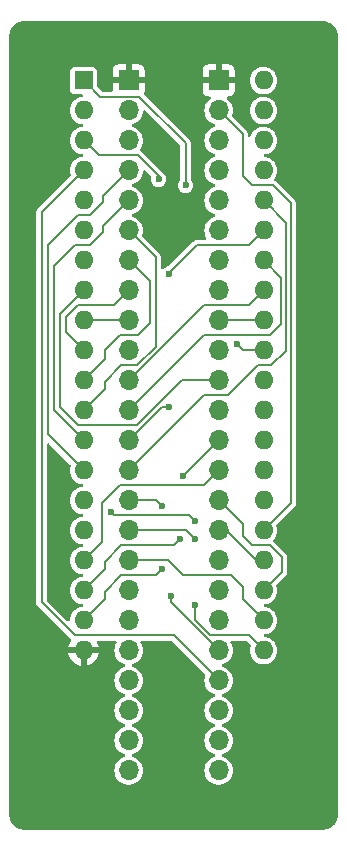
<source format=gbr>
G04 #@! TF.GenerationSoftware,KiCad,Pcbnew,7.0.11+dfsg-1build4*
G04 #@! TF.CreationDate,2024-10-25T09:22:04+09:00*
G04 #@! TF.ProjectId,bionic-ins8060,62696f6e-6963-42d6-996e-73383036302e,5*
G04 #@! TF.SameCoordinates,Original*
G04 #@! TF.FileFunction,Copper,L2,Bot*
G04 #@! TF.FilePolarity,Positive*
%FSLAX46Y46*%
G04 Gerber Fmt 4.6, Leading zero omitted, Abs format (unit mm)*
G04 Created by KiCad (PCBNEW 7.0.11+dfsg-1build4) date 2024-10-25 09:22:04*
%MOMM*%
%LPD*%
G01*
G04 APERTURE LIST*
G04 #@! TA.AperFunction,ComponentPad*
%ADD10R,1.600000X1.600000*%
G04 #@! TD*
G04 #@! TA.AperFunction,ComponentPad*
%ADD11O,1.600000X1.600000*%
G04 #@! TD*
G04 #@! TA.AperFunction,ComponentPad*
%ADD12O,1.700000X1.700000*%
G04 #@! TD*
G04 #@! TA.AperFunction,ComponentPad*
%ADD13R,1.700000X1.700000*%
G04 #@! TD*
G04 #@! TA.AperFunction,ViaPad*
%ADD14C,0.600000*%
G04 #@! TD*
G04 #@! TA.AperFunction,Conductor*
%ADD15C,0.200000*%
G04 #@! TD*
G04 APERTURE END LIST*
D10*
X107350000Y-75080000D03*
D11*
X107350000Y-77620000D03*
X107350000Y-80160000D03*
X107350000Y-82700000D03*
X107350000Y-85240000D03*
X107350000Y-87780000D03*
X107350000Y-90320000D03*
X107350000Y-92860000D03*
X107350000Y-95400000D03*
X107350000Y-97940000D03*
X107350000Y-100480000D03*
X107350000Y-103020000D03*
X107350000Y-105560000D03*
X107350000Y-108100000D03*
X107350000Y-110640000D03*
X107350000Y-113180000D03*
X107350000Y-115720000D03*
X107350000Y-118260000D03*
X107350000Y-120800000D03*
X107350000Y-123340000D03*
X122590000Y-123340000D03*
X122590000Y-120800000D03*
X122590000Y-118260000D03*
X122590000Y-115720000D03*
X122590000Y-113180000D03*
X122590000Y-110640000D03*
X122590000Y-108100000D03*
X122590000Y-105560000D03*
X122590000Y-103020000D03*
X122590000Y-100480000D03*
X122590000Y-97940000D03*
X122590000Y-95400000D03*
X122590000Y-92860000D03*
X122590000Y-90320000D03*
X122590000Y-87780000D03*
X122590000Y-85240000D03*
X122590000Y-82700000D03*
X122590000Y-80160000D03*
X122590000Y-77620000D03*
X122590000Y-75080000D03*
D12*
X118780000Y-133500000D03*
X118780000Y-130960000D03*
X118780000Y-128420000D03*
X118780000Y-125880000D03*
X118780000Y-123340000D03*
X118780000Y-120800000D03*
X118780000Y-118260000D03*
X118780000Y-115720000D03*
X118780000Y-113180000D03*
X118780000Y-110640000D03*
X118780000Y-108100000D03*
X118780000Y-105560000D03*
X118780000Y-103020000D03*
X118780000Y-100480000D03*
X118780000Y-97940000D03*
X118780000Y-95400000D03*
X118780000Y-92860000D03*
X118780000Y-90320000D03*
X118780000Y-87780000D03*
X118780000Y-85240000D03*
X118780000Y-82700000D03*
X118780000Y-80160000D03*
X118780000Y-77620000D03*
D13*
X118780000Y-75080000D03*
X111160000Y-75080000D03*
D12*
X111160000Y-77620000D03*
X111160000Y-80160000D03*
X111160000Y-82700000D03*
X111160000Y-85240000D03*
X111160000Y-87780000D03*
X111160000Y-90320000D03*
X111160000Y-92860000D03*
X111160000Y-95400000D03*
X111160000Y-97940000D03*
X111160000Y-100480000D03*
X111160000Y-103020000D03*
X111160000Y-105560000D03*
X111160000Y-108100000D03*
X111160000Y-110640000D03*
X111160000Y-113180000D03*
X111160000Y-115720000D03*
X111160000Y-118260000D03*
X111160000Y-120800000D03*
X111160000Y-123340000D03*
X111160000Y-125880000D03*
X111160000Y-128420000D03*
X111160000Y-130960000D03*
X111160000Y-133500000D03*
D14*
X112938000Y-131976000D03*
X125130000Y-128420000D03*
X104810000Y-114323000D03*
X120306700Y-97432000D03*
X109636000Y-111656000D03*
X116748000Y-112418000D03*
X113954000Y-116482000D03*
X113954000Y-111148000D03*
X116748000Y-119530000D03*
X116748000Y-113942000D03*
X115986000Y-83970000D03*
X115478000Y-113942000D03*
X115732000Y-108608000D03*
X114589000Y-91463000D03*
X114589000Y-102766000D03*
X114716000Y-118768000D03*
X113700000Y-83462000D03*
D15*
X120306700Y-97432000D02*
X120814700Y-97940000D01*
X120814700Y-97940000D02*
X122590000Y-97940000D01*
X122590000Y-95400000D02*
X118780000Y-95400000D01*
X116240000Y-111910000D02*
X109890000Y-111910000D01*
X116748000Y-112418000D02*
X116240000Y-111910000D01*
X109890000Y-111910000D02*
X109636000Y-111656000D01*
X121574000Y-83970000D02*
X120812000Y-83208000D01*
X120812000Y-83208000D02*
X120812000Y-79652000D01*
X122590000Y-113180000D02*
X124876000Y-110894000D01*
X123352000Y-83970000D02*
X121574000Y-83970000D01*
X124876000Y-110894000D02*
X124876000Y-85494000D01*
X124876000Y-85494000D02*
X123352000Y-83970000D01*
X120812000Y-79652000D02*
X118780000Y-77620000D01*
X110525000Y-116990000D02*
X109128000Y-118387000D01*
X109128000Y-118387000D02*
X109128000Y-119022000D01*
X113446000Y-110640000D02*
X111160000Y-110640000D01*
X111160000Y-110640000D02*
X111160000Y-110686984D01*
X109128000Y-119022000D02*
X107350000Y-120800000D01*
X113954000Y-111148000D02*
X113446000Y-110640000D01*
X113446000Y-116990000D02*
X110525000Y-116990000D01*
X113954000Y-116482000D02*
X113446000Y-116990000D01*
X116748000Y-119530000D02*
X116748000Y-120742314D01*
X116748000Y-113942000D02*
X115986000Y-113180000D01*
X121320000Y-122070000D02*
X122590000Y-123340000D01*
X115986000Y-113180000D02*
X111160000Y-113180000D01*
X116748000Y-120742314D02*
X118075686Y-122070000D01*
X118075686Y-122070000D02*
X121320000Y-122070000D01*
X111160000Y-95400000D02*
X107350000Y-95400000D01*
X120812000Y-119022000D02*
X122590000Y-120800000D01*
X119796000Y-116990000D02*
X120812000Y-118006000D01*
X115732000Y-116990000D02*
X119796000Y-116990000D01*
X111160000Y-115720000D02*
X114462000Y-115720000D01*
X120812000Y-118006000D02*
X120812000Y-119022000D01*
X114462000Y-115720000D02*
X115732000Y-116990000D01*
X107350000Y-97940000D02*
X105826000Y-96416000D01*
X106842000Y-94130000D02*
X109890000Y-94130000D01*
X105826000Y-96416000D02*
X105826000Y-95146000D01*
X105826000Y-95146000D02*
X106842000Y-94130000D01*
X109890000Y-94130000D02*
X111160000Y-92860000D01*
X112938000Y-92098000D02*
X112938000Y-95654000D01*
X111160000Y-90320000D02*
X112938000Y-92098000D01*
X109128000Y-98702000D02*
X107350000Y-100480000D01*
X110398000Y-96670000D02*
X109128000Y-97940000D01*
X109128000Y-97940000D02*
X109128000Y-98702000D01*
X112938000Y-95654000D02*
X111922000Y-96670000D01*
X111922000Y-96670000D02*
X110398000Y-96670000D01*
X105318000Y-102766000D02*
X105318000Y-94892000D01*
X111864314Y-104290000D02*
X106842000Y-104290000D01*
X115674314Y-100480000D02*
X111864314Y-104290000D01*
X118780000Y-100480000D02*
X115674314Y-100480000D01*
X106842000Y-104290000D02*
X105318000Y-102766000D01*
X105318000Y-94892000D02*
X107350000Y-92860000D01*
X110525000Y-99210000D02*
X111857800Y-99210000D01*
X113446000Y-90066000D02*
X111160000Y-87780000D01*
X113446000Y-97621800D02*
X113446000Y-90066000D01*
X107350000Y-103020000D02*
X109128000Y-101242000D01*
X111857800Y-99210000D02*
X113446000Y-97621800D01*
X109128000Y-101242000D02*
X109128000Y-100607000D01*
X109128000Y-100607000D02*
X110525000Y-99210000D01*
X115986000Y-80414000D02*
X112042000Y-76470000D01*
X108740000Y-76470000D02*
X107350000Y-75080000D01*
X112042000Y-76470000D02*
X108740000Y-76470000D01*
X115986000Y-83970000D02*
X115986000Y-80414000D01*
X107350000Y-105560000D02*
X104810000Y-103020000D01*
X104810000Y-103020000D02*
X104810000Y-90828000D01*
X104810000Y-90828000D02*
X106588000Y-89050000D01*
X109001000Y-87907000D02*
X109001000Y-87399000D01*
X107858000Y-89050000D02*
X109001000Y-87907000D01*
X106588000Y-89050000D02*
X107858000Y-89050000D01*
X109001000Y-87399000D02*
X111160000Y-85240000D01*
X114970000Y-114450000D02*
X110525000Y-114450000D01*
X109128000Y-115847000D02*
X109128000Y-116482000D01*
X115732000Y-108608000D02*
X118780000Y-105560000D01*
X109128000Y-116482000D02*
X107350000Y-118260000D01*
X110525000Y-114450000D02*
X109128000Y-115847000D01*
X115478000Y-113942000D02*
X114970000Y-114450000D01*
X106842000Y-86510000D02*
X104302000Y-89050000D01*
X104302000Y-89050000D02*
X104302000Y-105052000D01*
X111160000Y-82700000D02*
X109001000Y-84859000D01*
X107858000Y-86510000D02*
X106842000Y-86510000D01*
X109001000Y-84859000D02*
X109001000Y-85367000D01*
X109001000Y-85367000D02*
X107858000Y-86510000D01*
X104302000Y-105052000D02*
X107350000Y-108100000D01*
X110398000Y-80160000D02*
X111160000Y-80160000D01*
X118780000Y-110640000D02*
X120812000Y-112672000D01*
X120812000Y-112672000D02*
X120812000Y-113688000D01*
X124114000Y-115450183D02*
X124114000Y-116736000D01*
X124114000Y-116736000D02*
X122590000Y-118260000D01*
X120812000Y-113688000D02*
X121574000Y-114450000D01*
X123113817Y-114450000D02*
X124114000Y-115450183D01*
X121574000Y-114450000D02*
X123113817Y-114450000D01*
X121955000Y-115720000D02*
X119415000Y-113180000D01*
X122590000Y-115720000D02*
X121955000Y-115720000D01*
X119415000Y-113180000D02*
X118780000Y-113180000D01*
X124476000Y-97959000D02*
X124476000Y-87126000D01*
X111160000Y-108100000D02*
X117510000Y-101750000D01*
X122082000Y-99210000D02*
X123225000Y-99210000D01*
X124476000Y-87126000D02*
X122590000Y-85240000D01*
X119542000Y-101750000D02*
X122082000Y-99210000D01*
X117510000Y-101750000D02*
X119542000Y-101750000D01*
X123225000Y-99210000D02*
X124476000Y-97959000D01*
X114589000Y-91463000D02*
X114589000Y-91399500D01*
X114589000Y-102766000D02*
X113954000Y-102766000D01*
X114589000Y-91399500D02*
X116938500Y-89050000D01*
X113954000Y-102766000D02*
X111160000Y-105560000D01*
X116938500Y-89050000D02*
X121320000Y-89050000D01*
X121320000Y-89050000D02*
X122590000Y-87780000D01*
X111160000Y-103020000D02*
X117510000Y-96670000D01*
X123098000Y-96670000D02*
X124076000Y-95692000D01*
X124076000Y-91806000D02*
X122590000Y-90320000D01*
X117510000Y-96670000D02*
X123098000Y-96670000D01*
X124076000Y-95692000D02*
X124076000Y-91806000D01*
X117510000Y-94130000D02*
X121320000Y-94130000D01*
X111160000Y-100480000D02*
X117510000Y-94130000D01*
X121320000Y-94130000D02*
X122590000Y-92860000D01*
X114970000Y-122070000D02*
X106588000Y-122070000D01*
X103794000Y-86256000D02*
X107350000Y-82700000D01*
X103794000Y-119276000D02*
X103794000Y-86256000D01*
X106588000Y-122070000D02*
X103794000Y-119276000D01*
X118780000Y-125880000D02*
X114970000Y-122070000D01*
X108874000Y-114196000D02*
X107350000Y-115720000D01*
X110398000Y-109370000D02*
X108874000Y-110894000D01*
X108874000Y-110894000D02*
X108874000Y-114196000D01*
X118780000Y-108100000D02*
X117510000Y-109370000D01*
X117510000Y-109370000D02*
X110398000Y-109370000D01*
X108620000Y-81430000D02*
X107350000Y-80160000D01*
X114716000Y-118768000D02*
X114716000Y-119276000D01*
X113700000Y-83462000D02*
X113700000Y-83208000D01*
X113700000Y-83208000D02*
X111922000Y-81430000D01*
X111922000Y-81430000D02*
X108620000Y-81430000D01*
X114716000Y-119276000D02*
X118780000Y-123340000D01*
G04 #@! TA.AperFunction,Conductor*
G36*
X104449703Y-105837252D02*
G01*
X104456181Y-105843284D01*
X106226142Y-107613245D01*
X106259627Y-107674568D01*
X106257727Y-107734860D01*
X106214244Y-107887687D01*
X106194571Y-108099999D01*
X106194571Y-108100000D01*
X106214244Y-108312310D01*
X106272596Y-108517392D01*
X106272596Y-108517394D01*
X106367632Y-108708253D01*
X106490823Y-108871382D01*
X106496128Y-108878407D01*
X106653698Y-109022052D01*
X106834981Y-109134298D01*
X107033802Y-109211321D01*
X107230613Y-109248111D01*
X107292893Y-109279779D01*
X107328166Y-109340092D01*
X107325232Y-109409900D01*
X107285023Y-109467040D01*
X107230613Y-109491888D01*
X107033802Y-109528679D01*
X107033799Y-109528679D01*
X107033799Y-109528680D01*
X106834982Y-109605701D01*
X106834980Y-109605702D01*
X106653699Y-109717947D01*
X106496127Y-109861593D01*
X106367632Y-110031746D01*
X106272596Y-110222605D01*
X106272596Y-110222607D01*
X106214244Y-110427689D01*
X106195195Y-110633271D01*
X106194571Y-110640000D01*
X106214244Y-110852310D01*
X106268587Y-111043304D01*
X106272596Y-111057392D01*
X106272596Y-111057394D01*
X106367632Y-111248253D01*
X106492372Y-111413433D01*
X106496128Y-111418407D01*
X106653698Y-111562052D01*
X106834981Y-111674298D01*
X107033802Y-111751321D01*
X107230613Y-111788111D01*
X107292893Y-111819779D01*
X107328166Y-111880092D01*
X107325232Y-111949900D01*
X107285023Y-112007040D01*
X107230613Y-112031888D01*
X107033802Y-112068679D01*
X107033799Y-112068679D01*
X107033799Y-112068680D01*
X106834982Y-112145701D01*
X106834980Y-112145702D01*
X106653699Y-112257947D01*
X106496127Y-112401593D01*
X106367632Y-112571746D01*
X106272596Y-112762605D01*
X106272596Y-112762607D01*
X106216870Y-112958462D01*
X106214244Y-112967690D01*
X106194571Y-113180000D01*
X106214244Y-113392310D01*
X106245282Y-113501397D01*
X106272596Y-113597392D01*
X106272596Y-113597394D01*
X106367632Y-113788253D01*
X106483737Y-113941999D01*
X106496128Y-113958407D01*
X106653698Y-114102052D01*
X106834981Y-114214298D01*
X107033802Y-114291321D01*
X107230613Y-114328111D01*
X107292893Y-114359779D01*
X107328166Y-114420092D01*
X107325232Y-114489900D01*
X107285023Y-114547040D01*
X107230613Y-114571888D01*
X107033802Y-114608679D01*
X107033799Y-114608679D01*
X107033799Y-114608680D01*
X106834982Y-114685701D01*
X106834980Y-114685702D01*
X106653699Y-114797947D01*
X106496127Y-114941593D01*
X106367632Y-115111746D01*
X106272596Y-115302605D01*
X106272596Y-115302607D01*
X106214244Y-115507689D01*
X106194571Y-115719999D01*
X106194571Y-115720000D01*
X106214244Y-115932310D01*
X106272596Y-116137392D01*
X106272596Y-116137394D01*
X106367632Y-116328253D01*
X106489623Y-116489793D01*
X106496128Y-116498407D01*
X106653698Y-116642052D01*
X106834981Y-116754298D01*
X107033802Y-116831321D01*
X107230613Y-116868111D01*
X107292893Y-116899779D01*
X107328166Y-116960092D01*
X107325232Y-117029900D01*
X107285023Y-117087040D01*
X107230613Y-117111888D01*
X107033802Y-117148679D01*
X107033799Y-117148679D01*
X107033799Y-117148680D01*
X106834982Y-117225701D01*
X106834980Y-117225702D01*
X106653699Y-117337947D01*
X106496127Y-117481593D01*
X106367632Y-117651746D01*
X106272596Y-117842605D01*
X106272596Y-117842607D01*
X106214244Y-118047689D01*
X106201837Y-118181591D01*
X106194571Y-118260000D01*
X106214244Y-118472310D01*
X106272594Y-118677387D01*
X106272596Y-118677392D01*
X106272596Y-118677394D01*
X106367632Y-118868253D01*
X106490112Y-119030441D01*
X106496128Y-119038407D01*
X106653698Y-119182052D01*
X106834981Y-119294298D01*
X107033802Y-119371321D01*
X107230613Y-119408111D01*
X107292893Y-119439779D01*
X107328166Y-119500092D01*
X107325232Y-119569900D01*
X107285023Y-119627040D01*
X107230613Y-119651888D01*
X107033802Y-119688679D01*
X107033799Y-119688679D01*
X107033799Y-119688680D01*
X106834982Y-119765701D01*
X106834980Y-119765702D01*
X106653699Y-119877947D01*
X106496127Y-120021593D01*
X106367632Y-120191746D01*
X106272596Y-120382605D01*
X106272596Y-120382607D01*
X106214244Y-120587689D01*
X106198635Y-120756140D01*
X106172849Y-120821077D01*
X106116049Y-120861765D01*
X106046268Y-120865285D01*
X105987483Y-120832380D01*
X104280819Y-119125716D01*
X104247334Y-119064393D01*
X104244500Y-119038035D01*
X104244500Y-105930965D01*
X104264185Y-105863926D01*
X104316989Y-105818171D01*
X104386147Y-105808227D01*
X104449703Y-105837252D01*
G37*
G04 #@! TD.AperFunction*
G04 #@! TA.AperFunction,Conductor*
G36*
X127674853Y-70075882D02*
G01*
X127704568Y-70078220D01*
X127847136Y-70089440D01*
X127866346Y-70092483D01*
X128029638Y-70131686D01*
X128048130Y-70137694D01*
X128171090Y-70188626D01*
X128203277Y-70201959D01*
X128220614Y-70210793D01*
X128363786Y-70298529D01*
X128379527Y-70309965D01*
X128507217Y-70419022D01*
X128520977Y-70432782D01*
X128630034Y-70560472D01*
X128641470Y-70576213D01*
X128729206Y-70719385D01*
X128738040Y-70736722D01*
X128802302Y-70891862D01*
X128808315Y-70910368D01*
X128847515Y-71073648D01*
X128850559Y-71092866D01*
X128864118Y-71265146D01*
X128864500Y-71274875D01*
X128864500Y-137305124D01*
X128864118Y-137314853D01*
X128850559Y-137487133D01*
X128847515Y-137506351D01*
X128808315Y-137669631D01*
X128802302Y-137688137D01*
X128738040Y-137843277D01*
X128729206Y-137860614D01*
X128641470Y-138003786D01*
X128630034Y-138019527D01*
X128520977Y-138147217D01*
X128507217Y-138160977D01*
X128379527Y-138270034D01*
X128363786Y-138281470D01*
X128220614Y-138369206D01*
X128203277Y-138378040D01*
X128048137Y-138442302D01*
X128029631Y-138448315D01*
X127866351Y-138487515D01*
X127847133Y-138490559D01*
X127674854Y-138504118D01*
X127665125Y-138504500D01*
X102274875Y-138504500D01*
X102265146Y-138504118D01*
X102092866Y-138490559D01*
X102073648Y-138487515D01*
X101910368Y-138448315D01*
X101891862Y-138442302D01*
X101736722Y-138378040D01*
X101719385Y-138369206D01*
X101576213Y-138281470D01*
X101560472Y-138270034D01*
X101432782Y-138160977D01*
X101419022Y-138147217D01*
X101309965Y-138019527D01*
X101298529Y-138003786D01*
X101210793Y-137860614D01*
X101201959Y-137843277D01*
X101188626Y-137811090D01*
X101137694Y-137688130D01*
X101131686Y-137669638D01*
X101092483Y-137506346D01*
X101089440Y-137487132D01*
X101075882Y-137314852D01*
X101075500Y-137305124D01*
X101075500Y-119293036D01*
X103338729Y-119293036D01*
X103349355Y-119349196D01*
X103350132Y-119353765D01*
X103358652Y-119410291D01*
X103361162Y-119418427D01*
X103363976Y-119426470D01*
X103363976Y-119426471D01*
X103363977Y-119426472D01*
X103389725Y-119475190D01*
X103390688Y-119477011D01*
X103392776Y-119481149D01*
X103417574Y-119532641D01*
X103422362Y-119539665D01*
X103427431Y-119546532D01*
X103427434Y-119546538D01*
X103427438Y-119546542D01*
X103467846Y-119586950D01*
X103471063Y-119590289D01*
X103509947Y-119632196D01*
X103517210Y-119637988D01*
X103516689Y-119638641D01*
X103528930Y-119648034D01*
X106246630Y-122365733D01*
X106255895Y-122376100D01*
X106278120Y-122403969D01*
X106283944Y-122409373D01*
X106319697Y-122469401D01*
X106317321Y-122539231D01*
X106301176Y-122571393D01*
X106219868Y-122687512D01*
X106219866Y-122687516D01*
X106123734Y-122893673D01*
X106123730Y-122893682D01*
X106071127Y-123089999D01*
X106071128Y-123090000D01*
X107034314Y-123090000D01*
X107022359Y-123101955D01*
X106964835Y-123214852D01*
X106945014Y-123340000D01*
X106964835Y-123465148D01*
X107022359Y-123578045D01*
X107034314Y-123590000D01*
X106071128Y-123590000D01*
X106123730Y-123786317D01*
X106123734Y-123786326D01*
X106219865Y-123992482D01*
X106350342Y-124178820D01*
X106511179Y-124339657D01*
X106697517Y-124470134D01*
X106903673Y-124566265D01*
X106903682Y-124566269D01*
X107099999Y-124618872D01*
X107100000Y-124618871D01*
X107100000Y-123655686D01*
X107111955Y-123667641D01*
X107224852Y-123725165D01*
X107318519Y-123740000D01*
X107381481Y-123740000D01*
X107475148Y-123725165D01*
X107588045Y-123667641D01*
X107600000Y-123655686D01*
X107600000Y-124618872D01*
X107796317Y-124566269D01*
X107796326Y-124566265D01*
X108002482Y-124470134D01*
X108188820Y-124339657D01*
X108349657Y-124178820D01*
X108480134Y-123992482D01*
X108576265Y-123786326D01*
X108576269Y-123786317D01*
X108628872Y-123590000D01*
X107665686Y-123590000D01*
X107677641Y-123578045D01*
X107735165Y-123465148D01*
X107754986Y-123340000D01*
X107735165Y-123214852D01*
X107677641Y-123101955D01*
X107665686Y-123090000D01*
X108628872Y-123090000D01*
X108628872Y-123089999D01*
X108576269Y-122893682D01*
X108576265Y-122893673D01*
X108484511Y-122696905D01*
X108474019Y-122627827D01*
X108502539Y-122564043D01*
X108561015Y-122525804D01*
X108596893Y-122520500D01*
X110026749Y-122520500D01*
X110093788Y-122540185D01*
X110139543Y-122592989D01*
X110149487Y-122662147D01*
X110135945Y-122699406D01*
X110137497Y-122700179D01*
X110035775Y-122904461D01*
X110035769Y-122904476D01*
X109974885Y-123118462D01*
X109974884Y-123118464D01*
X109954357Y-123339999D01*
X109954357Y-123340000D01*
X109974884Y-123561535D01*
X109974885Y-123561537D01*
X110035769Y-123775523D01*
X110035775Y-123775538D01*
X110134938Y-123974683D01*
X110134943Y-123974691D01*
X110269020Y-124152238D01*
X110433437Y-124302123D01*
X110433439Y-124302125D01*
X110622595Y-124419245D01*
X110622596Y-124419245D01*
X110622599Y-124419247D01*
X110816524Y-124494374D01*
X110871924Y-124536946D01*
X110895515Y-124602713D01*
X110879804Y-124670793D01*
X110829780Y-124719572D01*
X110816533Y-124725622D01*
X110691259Y-124774154D01*
X110622601Y-124800752D01*
X110622595Y-124800754D01*
X110433439Y-124917874D01*
X110433437Y-124917876D01*
X110269020Y-125067761D01*
X110134943Y-125245308D01*
X110134938Y-125245316D01*
X110035775Y-125444461D01*
X110035769Y-125444476D01*
X109974885Y-125658462D01*
X109974884Y-125658464D01*
X109954357Y-125879999D01*
X109954357Y-125880000D01*
X109974884Y-126101535D01*
X109974885Y-126101537D01*
X110035769Y-126315523D01*
X110035775Y-126315538D01*
X110134938Y-126514683D01*
X110134943Y-126514691D01*
X110269020Y-126692238D01*
X110433437Y-126842123D01*
X110433439Y-126842125D01*
X110622595Y-126959245D01*
X110622596Y-126959245D01*
X110622599Y-126959247D01*
X110816524Y-127034374D01*
X110871924Y-127076946D01*
X110895515Y-127142713D01*
X110879804Y-127210793D01*
X110829780Y-127259572D01*
X110816533Y-127265622D01*
X110668488Y-127322975D01*
X110622601Y-127340752D01*
X110622595Y-127340754D01*
X110433439Y-127457874D01*
X110433437Y-127457876D01*
X110269020Y-127607761D01*
X110134943Y-127785308D01*
X110134938Y-127785316D01*
X110035775Y-127984461D01*
X110035769Y-127984476D01*
X109974885Y-128198462D01*
X109974884Y-128198464D01*
X109954357Y-128419999D01*
X109954357Y-128420000D01*
X109974884Y-128641535D01*
X109974885Y-128641537D01*
X110035769Y-128855523D01*
X110035775Y-128855538D01*
X110134938Y-129054683D01*
X110134943Y-129054691D01*
X110269020Y-129232238D01*
X110433437Y-129382123D01*
X110433439Y-129382125D01*
X110622595Y-129499245D01*
X110622596Y-129499245D01*
X110622599Y-129499247D01*
X110816524Y-129574374D01*
X110871924Y-129616946D01*
X110895515Y-129682713D01*
X110879804Y-129750793D01*
X110829780Y-129799572D01*
X110816533Y-129805622D01*
X110668488Y-129862975D01*
X110622601Y-129880752D01*
X110622595Y-129880754D01*
X110433439Y-129997874D01*
X110433437Y-129997876D01*
X110269020Y-130147761D01*
X110134943Y-130325308D01*
X110134938Y-130325316D01*
X110035775Y-130524461D01*
X110035769Y-130524476D01*
X109974885Y-130738462D01*
X109974884Y-130738464D01*
X109954357Y-130959999D01*
X109954357Y-130960000D01*
X109974884Y-131181535D01*
X109974885Y-131181537D01*
X110035769Y-131395523D01*
X110035775Y-131395538D01*
X110134938Y-131594683D01*
X110134943Y-131594691D01*
X110269020Y-131772238D01*
X110433437Y-131922123D01*
X110433439Y-131922125D01*
X110622595Y-132039245D01*
X110622596Y-132039245D01*
X110622599Y-132039247D01*
X110816524Y-132114374D01*
X110871924Y-132156946D01*
X110895515Y-132222713D01*
X110879804Y-132290793D01*
X110829780Y-132339572D01*
X110816533Y-132345622D01*
X110668488Y-132402975D01*
X110622601Y-132420752D01*
X110622595Y-132420754D01*
X110433439Y-132537874D01*
X110433437Y-132537876D01*
X110269020Y-132687761D01*
X110134943Y-132865308D01*
X110134938Y-132865316D01*
X110035775Y-133064461D01*
X110035769Y-133064476D01*
X109974885Y-133278462D01*
X109974884Y-133278464D01*
X109954357Y-133499999D01*
X109954357Y-133500000D01*
X109974884Y-133721535D01*
X109974885Y-133721537D01*
X110035769Y-133935523D01*
X110035775Y-133935538D01*
X110134938Y-134134683D01*
X110134943Y-134134691D01*
X110269020Y-134312238D01*
X110433437Y-134462123D01*
X110433439Y-134462125D01*
X110622595Y-134579245D01*
X110622596Y-134579245D01*
X110622599Y-134579247D01*
X110830060Y-134659618D01*
X111048757Y-134700500D01*
X111048759Y-134700500D01*
X111271241Y-134700500D01*
X111271243Y-134700500D01*
X111489940Y-134659618D01*
X111697401Y-134579247D01*
X111886562Y-134462124D01*
X112050981Y-134312236D01*
X112185058Y-134134689D01*
X112284229Y-133935528D01*
X112345115Y-133721536D01*
X112365643Y-133500000D01*
X112345115Y-133278464D01*
X112284229Y-133064472D01*
X112284224Y-133064461D01*
X112185061Y-132865316D01*
X112185056Y-132865308D01*
X112050979Y-132687761D01*
X111886562Y-132537876D01*
X111886560Y-132537874D01*
X111697404Y-132420754D01*
X111697395Y-132420750D01*
X111603956Y-132384552D01*
X111503475Y-132345625D01*
X111448075Y-132303054D01*
X111424484Y-132237288D01*
X111440195Y-132169207D01*
X111490219Y-132120428D01*
X111503466Y-132114377D01*
X111697401Y-132039247D01*
X111886562Y-131922124D01*
X112050981Y-131772236D01*
X112185058Y-131594689D01*
X112284229Y-131395528D01*
X112345115Y-131181536D01*
X112365643Y-130960000D01*
X112345115Y-130738464D01*
X112284229Y-130524472D01*
X112284224Y-130524461D01*
X112185061Y-130325316D01*
X112185056Y-130325308D01*
X112050979Y-130147761D01*
X111886562Y-129997876D01*
X111886560Y-129997874D01*
X111697404Y-129880754D01*
X111697395Y-129880750D01*
X111603956Y-129844552D01*
X111503475Y-129805625D01*
X111448075Y-129763054D01*
X111424484Y-129697288D01*
X111440195Y-129629207D01*
X111490219Y-129580428D01*
X111503466Y-129574377D01*
X111697401Y-129499247D01*
X111886562Y-129382124D01*
X112050981Y-129232236D01*
X112185058Y-129054689D01*
X112284229Y-128855528D01*
X112345115Y-128641536D01*
X112365643Y-128420000D01*
X112345115Y-128198464D01*
X112284229Y-127984472D01*
X112284224Y-127984461D01*
X112185061Y-127785316D01*
X112185056Y-127785308D01*
X112050979Y-127607761D01*
X111886562Y-127457876D01*
X111886560Y-127457874D01*
X111697404Y-127340754D01*
X111697395Y-127340750D01*
X111603956Y-127304552D01*
X111503475Y-127265625D01*
X111448075Y-127223054D01*
X111424484Y-127157288D01*
X111440195Y-127089207D01*
X111490219Y-127040428D01*
X111503466Y-127034377D01*
X111697401Y-126959247D01*
X111886562Y-126842124D01*
X112050981Y-126692236D01*
X112185058Y-126514689D01*
X112284229Y-126315528D01*
X112345115Y-126101536D01*
X112365643Y-125880000D01*
X112345115Y-125658464D01*
X112284229Y-125444472D01*
X112284224Y-125444461D01*
X112185061Y-125245316D01*
X112185056Y-125245308D01*
X112050979Y-125067761D01*
X111886562Y-124917876D01*
X111886560Y-124917874D01*
X111697404Y-124800754D01*
X111697395Y-124800750D01*
X111603956Y-124764552D01*
X111503475Y-124725625D01*
X111448075Y-124683054D01*
X111424484Y-124617288D01*
X111440195Y-124549207D01*
X111490219Y-124500428D01*
X111503466Y-124494377D01*
X111697401Y-124419247D01*
X111886562Y-124302124D01*
X112050981Y-124152236D01*
X112185058Y-123974689D01*
X112284229Y-123775528D01*
X112345115Y-123561536D01*
X112365643Y-123340000D01*
X112345115Y-123118464D01*
X112284229Y-122904472D01*
X112278856Y-122893682D01*
X112182503Y-122700179D01*
X112184857Y-122699006D01*
X112169269Y-122642416D01*
X112190077Y-122575717D01*
X112243642Y-122530856D01*
X112293251Y-122520500D01*
X114732034Y-122520500D01*
X114799073Y-122540185D01*
X114819715Y-122556819D01*
X117615672Y-125352775D01*
X117649157Y-125414098D01*
X117647258Y-125474389D01*
X117594884Y-125658466D01*
X117574357Y-125879999D01*
X117574357Y-125880000D01*
X117594884Y-126101535D01*
X117594885Y-126101537D01*
X117655769Y-126315523D01*
X117655775Y-126315538D01*
X117754938Y-126514683D01*
X117754943Y-126514691D01*
X117889020Y-126692238D01*
X118053437Y-126842123D01*
X118053439Y-126842125D01*
X118242595Y-126959245D01*
X118242596Y-126959245D01*
X118242599Y-126959247D01*
X118436524Y-127034374D01*
X118491924Y-127076946D01*
X118515515Y-127142713D01*
X118499804Y-127210793D01*
X118449780Y-127259572D01*
X118436533Y-127265622D01*
X118288488Y-127322975D01*
X118242601Y-127340752D01*
X118242595Y-127340754D01*
X118053439Y-127457874D01*
X118053437Y-127457876D01*
X117889020Y-127607761D01*
X117754943Y-127785308D01*
X117754938Y-127785316D01*
X117655775Y-127984461D01*
X117655769Y-127984476D01*
X117594885Y-128198462D01*
X117594884Y-128198464D01*
X117574357Y-128419999D01*
X117574357Y-128420000D01*
X117594884Y-128641535D01*
X117594885Y-128641537D01*
X117655769Y-128855523D01*
X117655775Y-128855538D01*
X117754938Y-129054683D01*
X117754943Y-129054691D01*
X117889020Y-129232238D01*
X118053437Y-129382123D01*
X118053439Y-129382125D01*
X118242595Y-129499245D01*
X118242596Y-129499245D01*
X118242599Y-129499247D01*
X118436524Y-129574374D01*
X118491924Y-129616946D01*
X118515515Y-129682713D01*
X118499804Y-129750793D01*
X118449780Y-129799572D01*
X118436533Y-129805622D01*
X118288488Y-129862975D01*
X118242601Y-129880752D01*
X118242595Y-129880754D01*
X118053439Y-129997874D01*
X118053437Y-129997876D01*
X117889020Y-130147761D01*
X117754943Y-130325308D01*
X117754938Y-130325316D01*
X117655775Y-130524461D01*
X117655769Y-130524476D01*
X117594885Y-130738462D01*
X117594884Y-130738464D01*
X117574357Y-130959999D01*
X117574357Y-130960000D01*
X117594884Y-131181535D01*
X117594885Y-131181537D01*
X117655769Y-131395523D01*
X117655775Y-131395538D01*
X117754938Y-131594683D01*
X117754943Y-131594691D01*
X117889020Y-131772238D01*
X118053437Y-131922123D01*
X118053439Y-131922125D01*
X118242595Y-132039245D01*
X118242596Y-132039245D01*
X118242599Y-132039247D01*
X118436524Y-132114374D01*
X118491924Y-132156946D01*
X118515515Y-132222713D01*
X118499804Y-132290793D01*
X118449780Y-132339572D01*
X118436533Y-132345622D01*
X118288488Y-132402975D01*
X118242601Y-132420752D01*
X118242595Y-132420754D01*
X118053439Y-132537874D01*
X118053437Y-132537876D01*
X117889020Y-132687761D01*
X117754943Y-132865308D01*
X117754938Y-132865316D01*
X117655775Y-133064461D01*
X117655769Y-133064476D01*
X117594885Y-133278462D01*
X117594884Y-133278464D01*
X117574357Y-133499999D01*
X117574357Y-133500000D01*
X117594884Y-133721535D01*
X117594885Y-133721537D01*
X117655769Y-133935523D01*
X117655775Y-133935538D01*
X117754938Y-134134683D01*
X117754943Y-134134691D01*
X117889020Y-134312238D01*
X118053437Y-134462123D01*
X118053439Y-134462125D01*
X118242595Y-134579245D01*
X118242596Y-134579245D01*
X118242599Y-134579247D01*
X118450060Y-134659618D01*
X118668757Y-134700500D01*
X118668759Y-134700500D01*
X118891241Y-134700500D01*
X118891243Y-134700500D01*
X119109940Y-134659618D01*
X119317401Y-134579247D01*
X119506562Y-134462124D01*
X119670981Y-134312236D01*
X119805058Y-134134689D01*
X119904229Y-133935528D01*
X119965115Y-133721536D01*
X119985643Y-133500000D01*
X119965115Y-133278464D01*
X119904229Y-133064472D01*
X119904224Y-133064461D01*
X119805061Y-132865316D01*
X119805056Y-132865308D01*
X119670979Y-132687761D01*
X119506562Y-132537876D01*
X119506560Y-132537874D01*
X119317404Y-132420754D01*
X119317395Y-132420750D01*
X119223956Y-132384552D01*
X119123475Y-132345625D01*
X119068075Y-132303054D01*
X119044484Y-132237288D01*
X119060195Y-132169207D01*
X119110219Y-132120428D01*
X119123466Y-132114377D01*
X119317401Y-132039247D01*
X119506562Y-131922124D01*
X119670981Y-131772236D01*
X119805058Y-131594689D01*
X119904229Y-131395528D01*
X119965115Y-131181536D01*
X119985643Y-130960000D01*
X119965115Y-130738464D01*
X119904229Y-130524472D01*
X119904224Y-130524461D01*
X119805061Y-130325316D01*
X119805056Y-130325308D01*
X119670979Y-130147761D01*
X119506562Y-129997876D01*
X119506560Y-129997874D01*
X119317404Y-129880754D01*
X119317395Y-129880750D01*
X119223956Y-129844552D01*
X119123475Y-129805625D01*
X119068075Y-129763054D01*
X119044484Y-129697288D01*
X119060195Y-129629207D01*
X119110219Y-129580428D01*
X119123466Y-129574377D01*
X119317401Y-129499247D01*
X119506562Y-129382124D01*
X119670981Y-129232236D01*
X119805058Y-129054689D01*
X119904229Y-128855528D01*
X119965115Y-128641536D01*
X119985643Y-128420000D01*
X119965115Y-128198464D01*
X119904229Y-127984472D01*
X119904224Y-127984461D01*
X119805061Y-127785316D01*
X119805056Y-127785308D01*
X119670979Y-127607761D01*
X119506562Y-127457876D01*
X119506560Y-127457874D01*
X119317404Y-127340754D01*
X119317395Y-127340750D01*
X119223956Y-127304552D01*
X119123475Y-127265625D01*
X119068075Y-127223054D01*
X119044484Y-127157288D01*
X119060195Y-127089207D01*
X119110219Y-127040428D01*
X119123466Y-127034377D01*
X119317401Y-126959247D01*
X119506562Y-126842124D01*
X119670981Y-126692236D01*
X119805058Y-126514689D01*
X119904229Y-126315528D01*
X119965115Y-126101536D01*
X119985643Y-125880000D01*
X119965115Y-125658464D01*
X119904229Y-125444472D01*
X119904224Y-125444461D01*
X119805061Y-125245316D01*
X119805056Y-125245308D01*
X119670979Y-125067761D01*
X119506562Y-124917876D01*
X119506560Y-124917874D01*
X119317404Y-124800754D01*
X119317395Y-124800750D01*
X119223956Y-124764552D01*
X119123475Y-124725625D01*
X119068075Y-124683054D01*
X119044484Y-124617288D01*
X119060195Y-124549207D01*
X119110219Y-124500428D01*
X119123466Y-124494377D01*
X119317401Y-124419247D01*
X119506562Y-124302124D01*
X119670981Y-124152236D01*
X119805058Y-123974689D01*
X119904229Y-123775528D01*
X119965115Y-123561536D01*
X119985643Y-123340000D01*
X119965115Y-123118464D01*
X119904229Y-122904472D01*
X119898856Y-122893682D01*
X119802503Y-122700179D01*
X119804857Y-122699006D01*
X119789269Y-122642416D01*
X119810077Y-122575717D01*
X119863642Y-122530856D01*
X119913251Y-122520500D01*
X121082034Y-122520500D01*
X121149073Y-122540185D01*
X121169715Y-122556819D01*
X121466142Y-122853246D01*
X121499627Y-122914569D01*
X121497727Y-122974861D01*
X121454244Y-123127687D01*
X121434571Y-123339999D01*
X121434571Y-123340000D01*
X121454244Y-123552310D01*
X121512596Y-123757392D01*
X121512596Y-123757394D01*
X121607632Y-123948253D01*
X121641033Y-123992482D01*
X121736128Y-124118407D01*
X121893698Y-124262052D01*
X122074981Y-124374298D01*
X122273802Y-124451321D01*
X122483390Y-124490500D01*
X122483392Y-124490500D01*
X122696608Y-124490500D01*
X122696610Y-124490500D01*
X122906198Y-124451321D01*
X123105019Y-124374298D01*
X123286302Y-124262052D01*
X123443872Y-124118407D01*
X123572366Y-123948255D01*
X123622628Y-123847315D01*
X123667403Y-123757394D01*
X123667403Y-123757393D01*
X123667405Y-123757389D01*
X123725756Y-123552310D01*
X123745429Y-123340000D01*
X123725756Y-123127690D01*
X123667405Y-122922611D01*
X123667403Y-122922606D01*
X123667403Y-122922605D01*
X123572367Y-122731746D01*
X123443872Y-122561593D01*
X123410155Y-122530856D01*
X123286302Y-122417948D01*
X123105019Y-122305702D01*
X123105017Y-122305701D01*
X122959884Y-122249477D01*
X122906198Y-122228679D01*
X122709385Y-122191888D01*
X122647106Y-122160221D01*
X122611833Y-122099908D01*
X122614767Y-122030100D01*
X122654976Y-121972960D01*
X122709384Y-121948111D01*
X122906198Y-121911321D01*
X123105019Y-121834298D01*
X123286302Y-121722052D01*
X123443872Y-121578407D01*
X123572366Y-121408255D01*
X123658373Y-121235528D01*
X123667403Y-121217394D01*
X123667403Y-121217393D01*
X123667405Y-121217389D01*
X123725756Y-121012310D01*
X123745429Y-120800000D01*
X123725756Y-120587690D01*
X123667405Y-120382611D01*
X123667403Y-120382606D01*
X123667403Y-120382605D01*
X123572367Y-120191746D01*
X123443872Y-120021593D01*
X123407812Y-119988720D01*
X123286302Y-119877948D01*
X123105019Y-119765702D01*
X123105017Y-119765701D01*
X122988989Y-119720752D01*
X122906198Y-119688679D01*
X122709385Y-119651888D01*
X122647106Y-119620221D01*
X122611833Y-119559908D01*
X122614767Y-119490100D01*
X122654976Y-119432960D01*
X122709384Y-119408111D01*
X122906198Y-119371321D01*
X123105019Y-119294298D01*
X123286302Y-119182052D01*
X123443872Y-119038407D01*
X123572366Y-118868255D01*
X123658373Y-118695528D01*
X123667403Y-118677394D01*
X123667403Y-118677393D01*
X123667405Y-118677389D01*
X123725756Y-118472310D01*
X123745429Y-118260000D01*
X123725756Y-118047690D01*
X123682271Y-117894858D01*
X123682857Y-117824995D01*
X123713854Y-117773248D01*
X124409749Y-117077353D01*
X124420098Y-117068105D01*
X124447970Y-117045879D01*
X124480184Y-116998628D01*
X124482852Y-116994869D01*
X124516792Y-116948883D01*
X124516793Y-116948877D01*
X124520786Y-116941325D01*
X124524468Y-116933677D01*
X124524472Y-116933673D01*
X124541336Y-116878998D01*
X124542769Y-116874643D01*
X124561646Y-116820700D01*
X124561646Y-116820694D01*
X124563228Y-116812336D01*
X124564500Y-116803899D01*
X124564500Y-116746738D01*
X124564587Y-116742100D01*
X124566724Y-116684989D01*
X124565684Y-116675756D01*
X124566513Y-116675662D01*
X124564500Y-116660364D01*
X124564500Y-115482444D01*
X124565280Y-115468559D01*
X124569270Y-115433149D01*
X124560354Y-115386030D01*
X124558633Y-115376936D01*
X124557864Y-115372402D01*
X124549348Y-115315896D01*
X124549346Y-115315892D01*
X124546836Y-115307754D01*
X124544024Y-115299717D01*
X124544023Y-115299711D01*
X124517285Y-115249124D01*
X124515223Y-115245037D01*
X124509545Y-115233246D01*
X124490425Y-115193541D01*
X124490423Y-115193539D01*
X124490423Y-115193538D01*
X124485642Y-115186525D01*
X124480566Y-115179648D01*
X124480565Y-115179645D01*
X124440165Y-115139245D01*
X124436947Y-115135904D01*
X124398060Y-115093992D01*
X124390792Y-115088197D01*
X124391312Y-115087544D01*
X124379067Y-115078147D01*
X123455185Y-114154265D01*
X123445919Y-114143897D01*
X123431775Y-114126161D01*
X123405366Y-114061474D01*
X123418123Y-113992779D01*
X123440624Y-113963206D01*
X123440009Y-113962645D01*
X123443865Y-113958413D01*
X123443872Y-113958407D01*
X123572366Y-113788255D01*
X123641116Y-113650185D01*
X123667403Y-113597394D01*
X123667403Y-113597393D01*
X123667405Y-113597389D01*
X123725756Y-113392310D01*
X123745429Y-113180000D01*
X123725756Y-112967690D01*
X123682271Y-112814858D01*
X123682857Y-112744995D01*
X123713854Y-112693248D01*
X125171744Y-111235357D01*
X125182093Y-111226109D01*
X125209970Y-111203879D01*
X125242198Y-111156607D01*
X125244812Y-111152923D01*
X125278793Y-111106882D01*
X125278793Y-111106879D01*
X125278795Y-111106878D01*
X125282778Y-111099341D01*
X125286468Y-111091677D01*
X125286472Y-111091673D01*
X125303330Y-111037018D01*
X125304761Y-111032668D01*
X125323646Y-110978700D01*
X125323646Y-110978698D01*
X125325228Y-110970336D01*
X125326500Y-110961899D01*
X125326500Y-110904738D01*
X125326587Y-110900100D01*
X125328724Y-110842992D01*
X125327684Y-110833761D01*
X125328513Y-110833667D01*
X125326500Y-110818366D01*
X125326500Y-85526261D01*
X125327280Y-85512376D01*
X125331270Y-85476966D01*
X125328351Y-85461538D01*
X125320633Y-85420753D01*
X125319864Y-85416219D01*
X125311348Y-85359713D01*
X125311346Y-85359709D01*
X125308836Y-85351571D01*
X125306024Y-85343534D01*
X125306023Y-85343528D01*
X125279285Y-85292941D01*
X125277223Y-85288854D01*
X125253697Y-85240000D01*
X125252425Y-85237358D01*
X125252423Y-85237356D01*
X125252423Y-85237355D01*
X125247642Y-85230342D01*
X125242566Y-85223465D01*
X125242565Y-85223462D01*
X125202165Y-85183062D01*
X125198947Y-85179721D01*
X125160060Y-85137809D01*
X125152792Y-85132014D01*
X125153312Y-85131361D01*
X125141067Y-85121964D01*
X123693368Y-83674265D01*
X123684102Y-83663897D01*
X123661877Y-83636028D01*
X123636350Y-83618624D01*
X123614633Y-83603818D01*
X123610869Y-83601147D01*
X123564884Y-83567208D01*
X123559285Y-83564249D01*
X123509211Y-83515521D01*
X123493430Y-83447457D01*
X123516952Y-83381666D01*
X123518269Y-83379890D01*
X123572366Y-83308255D01*
X123634885Y-83182699D01*
X123667403Y-83117394D01*
X123667403Y-83117393D01*
X123667405Y-83117389D01*
X123725756Y-82912310D01*
X123745429Y-82700000D01*
X123725756Y-82487690D01*
X123667405Y-82282611D01*
X123667403Y-82282606D01*
X123667403Y-82282605D01*
X123572367Y-82091746D01*
X123443872Y-81921593D01*
X123420389Y-81900185D01*
X123286302Y-81777948D01*
X123105019Y-81665702D01*
X123105017Y-81665701D01*
X122988989Y-81620752D01*
X122906198Y-81588679D01*
X122709385Y-81551888D01*
X122647106Y-81520221D01*
X122611833Y-81459908D01*
X122614767Y-81390100D01*
X122654976Y-81332960D01*
X122709384Y-81308111D01*
X122906198Y-81271321D01*
X123105019Y-81194298D01*
X123286302Y-81082052D01*
X123443872Y-80938407D01*
X123572366Y-80768255D01*
X123658373Y-80595528D01*
X123667403Y-80577394D01*
X123667403Y-80577393D01*
X123667405Y-80577389D01*
X123725756Y-80372310D01*
X123745429Y-80160000D01*
X123725756Y-79947690D01*
X123667405Y-79742611D01*
X123667403Y-79742606D01*
X123667403Y-79742605D01*
X123572367Y-79551746D01*
X123443872Y-79381593D01*
X123443725Y-79381459D01*
X123286302Y-79237948D01*
X123105019Y-79125702D01*
X123105017Y-79125701D01*
X122988989Y-79080752D01*
X122906198Y-79048679D01*
X122709385Y-79011888D01*
X122647106Y-78980221D01*
X122611833Y-78919908D01*
X122614767Y-78850100D01*
X122654976Y-78792960D01*
X122709384Y-78768111D01*
X122906198Y-78731321D01*
X123105019Y-78654298D01*
X123286302Y-78542052D01*
X123443872Y-78398407D01*
X123572366Y-78228255D01*
X123658373Y-78055528D01*
X123667403Y-78037394D01*
X123667403Y-78037393D01*
X123667405Y-78037389D01*
X123725756Y-77832310D01*
X123745429Y-77620000D01*
X123725756Y-77407690D01*
X123667405Y-77202611D01*
X123667403Y-77202606D01*
X123667403Y-77202605D01*
X123572367Y-77011746D01*
X123443872Y-76841593D01*
X123439360Y-76837480D01*
X123286302Y-76697948D01*
X123105019Y-76585702D01*
X123105017Y-76585701D01*
X122982946Y-76538411D01*
X122906198Y-76508679D01*
X122709385Y-76471888D01*
X122647106Y-76440221D01*
X122611833Y-76379908D01*
X122614767Y-76310100D01*
X122654976Y-76252960D01*
X122709384Y-76228111D01*
X122906198Y-76191321D01*
X123105019Y-76114298D01*
X123286302Y-76002052D01*
X123443872Y-75858407D01*
X123572366Y-75688255D01*
X123632050Y-75568392D01*
X123667403Y-75497394D01*
X123667403Y-75497393D01*
X123667405Y-75497389D01*
X123725756Y-75292310D01*
X123745429Y-75080000D01*
X123725756Y-74867690D01*
X123667405Y-74662611D01*
X123667403Y-74662606D01*
X123667403Y-74662605D01*
X123572367Y-74471746D01*
X123443872Y-74301593D01*
X123286302Y-74157948D01*
X123105019Y-74045702D01*
X123105017Y-74045701D01*
X122963307Y-73990803D01*
X122906198Y-73968679D01*
X122696610Y-73929500D01*
X122483390Y-73929500D01*
X122273802Y-73968679D01*
X122273799Y-73968679D01*
X122273799Y-73968680D01*
X122074982Y-74045701D01*
X122074980Y-74045702D01*
X121893699Y-74157947D01*
X121736127Y-74301593D01*
X121607632Y-74471746D01*
X121512596Y-74662605D01*
X121512596Y-74662607D01*
X121454244Y-74867689D01*
X121434571Y-75079999D01*
X121434571Y-75080000D01*
X121454244Y-75292310D01*
X121512596Y-75497392D01*
X121512596Y-75497394D01*
X121607632Y-75688253D01*
X121607634Y-75688255D01*
X121736128Y-75858407D01*
X121893698Y-76002052D01*
X122074981Y-76114298D01*
X122273802Y-76191321D01*
X122470613Y-76228111D01*
X122532893Y-76259779D01*
X122568166Y-76320092D01*
X122565232Y-76389900D01*
X122525023Y-76447040D01*
X122470613Y-76471888D01*
X122273802Y-76508679D01*
X122273799Y-76508679D01*
X122273799Y-76508680D01*
X122074982Y-76585701D01*
X122074980Y-76585702D01*
X121893699Y-76697947D01*
X121736127Y-76841593D01*
X121607632Y-77011746D01*
X121512596Y-77202605D01*
X121512596Y-77202607D01*
X121454244Y-77407689D01*
X121434571Y-77619999D01*
X121434571Y-77620000D01*
X121454244Y-77832310D01*
X121512596Y-78037392D01*
X121512596Y-78037394D01*
X121607632Y-78228253D01*
X121736127Y-78398406D01*
X121736128Y-78398407D01*
X121893698Y-78542052D01*
X122074981Y-78654298D01*
X122273802Y-78731321D01*
X122470613Y-78768111D01*
X122532893Y-78799779D01*
X122568166Y-78860092D01*
X122565232Y-78929900D01*
X122525023Y-78987040D01*
X122470613Y-79011888D01*
X122273802Y-79048679D01*
X122273799Y-79048679D01*
X122273799Y-79048680D01*
X122074982Y-79125701D01*
X122074980Y-79125702D01*
X121893699Y-79237947D01*
X121736127Y-79381593D01*
X121607632Y-79551746D01*
X121512596Y-79742605D01*
X121512596Y-79742607D01*
X121505766Y-79766613D01*
X121468486Y-79825706D01*
X121405176Y-79855263D01*
X121335937Y-79845901D01*
X121282751Y-79800590D01*
X121262504Y-79733719D01*
X121262500Y-79732678D01*
X121262500Y-79684261D01*
X121263280Y-79670376D01*
X121267270Y-79634966D01*
X121267270Y-79634965D01*
X121256633Y-79578753D01*
X121255864Y-79574219D01*
X121248493Y-79525311D01*
X121247348Y-79517713D01*
X121247346Y-79517709D01*
X121244833Y-79509561D01*
X121242021Y-79501523D01*
X121215312Y-79450989D01*
X121213221Y-79446847D01*
X121188425Y-79395358D01*
X121183624Y-79388316D01*
X121178567Y-79381465D01*
X121178566Y-79381462D01*
X121138152Y-79341048D01*
X121134935Y-79337708D01*
X121096057Y-79295807D01*
X121088790Y-79290012D01*
X121089310Y-79289359D01*
X121077070Y-79279966D01*
X119944327Y-78147223D01*
X119910842Y-78085900D01*
X119912742Y-78025608D01*
X119914326Y-78020039D01*
X119965115Y-77841536D01*
X119985643Y-77620000D01*
X119965115Y-77398464D01*
X119904229Y-77184472D01*
X119904224Y-77184461D01*
X119805061Y-76985316D01*
X119805056Y-76985308D01*
X119670979Y-76807761D01*
X119506562Y-76657876D01*
X119501986Y-76654420D01*
X119503171Y-76652850D01*
X119462429Y-76607393D01*
X119451329Y-76538411D01*
X119479285Y-76474378D01*
X119537423Y-76435625D01*
X119574345Y-76430000D01*
X119677828Y-76430000D01*
X119677844Y-76429999D01*
X119737372Y-76423598D01*
X119737379Y-76423596D01*
X119872086Y-76373354D01*
X119872093Y-76373350D01*
X119987187Y-76287190D01*
X119987190Y-76287187D01*
X120073350Y-76172093D01*
X120073354Y-76172086D01*
X120123596Y-76037379D01*
X120123598Y-76037372D01*
X120129999Y-75977844D01*
X120130000Y-75977827D01*
X120130000Y-75330000D01*
X119213686Y-75330000D01*
X119239493Y-75289844D01*
X119280000Y-75151889D01*
X119280000Y-75008111D01*
X119239493Y-74870156D01*
X119213686Y-74830000D01*
X120130000Y-74830000D01*
X120130000Y-74182172D01*
X120129999Y-74182155D01*
X120123598Y-74122627D01*
X120123596Y-74122620D01*
X120073354Y-73987913D01*
X120073350Y-73987906D01*
X119987190Y-73872812D01*
X119987187Y-73872809D01*
X119872093Y-73786649D01*
X119872086Y-73786645D01*
X119737379Y-73736403D01*
X119737372Y-73736401D01*
X119677844Y-73730000D01*
X119030000Y-73730000D01*
X119030000Y-74644498D01*
X118922315Y-74595320D01*
X118815763Y-74580000D01*
X118744237Y-74580000D01*
X118637685Y-74595320D01*
X118530000Y-74644498D01*
X118530000Y-73730000D01*
X117882155Y-73730000D01*
X117822627Y-73736401D01*
X117822620Y-73736403D01*
X117687913Y-73786645D01*
X117687906Y-73786649D01*
X117572812Y-73872809D01*
X117572809Y-73872812D01*
X117486649Y-73987906D01*
X117486645Y-73987913D01*
X117436403Y-74122620D01*
X117436401Y-74122627D01*
X117430000Y-74182155D01*
X117430000Y-74830000D01*
X118346314Y-74830000D01*
X118320507Y-74870156D01*
X118280000Y-75008111D01*
X118280000Y-75151889D01*
X118320507Y-75289844D01*
X118346314Y-75330000D01*
X117430000Y-75330000D01*
X117430000Y-75977844D01*
X117436401Y-76037372D01*
X117436403Y-76037379D01*
X117486645Y-76172086D01*
X117486649Y-76172093D01*
X117572809Y-76287187D01*
X117572812Y-76287190D01*
X117687906Y-76373350D01*
X117687913Y-76373354D01*
X117822620Y-76423596D01*
X117822627Y-76423598D01*
X117882155Y-76429999D01*
X117882172Y-76430000D01*
X117985655Y-76430000D01*
X118052694Y-76449685D01*
X118098449Y-76502489D01*
X118108393Y-76571647D01*
X118079368Y-76635203D01*
X118057542Y-76653796D01*
X118058014Y-76654420D01*
X118053437Y-76657876D01*
X117889020Y-76807761D01*
X117754943Y-76985308D01*
X117754938Y-76985316D01*
X117655775Y-77184461D01*
X117655769Y-77184476D01*
X117594885Y-77398462D01*
X117594884Y-77398464D01*
X117574357Y-77619999D01*
X117574357Y-77620000D01*
X117594884Y-77841535D01*
X117594885Y-77841537D01*
X117655769Y-78055523D01*
X117655775Y-78055538D01*
X117754938Y-78254683D01*
X117754943Y-78254691D01*
X117889020Y-78432238D01*
X118053437Y-78582123D01*
X118053439Y-78582125D01*
X118242595Y-78699245D01*
X118242596Y-78699245D01*
X118242599Y-78699247D01*
X118436524Y-78774374D01*
X118491924Y-78816946D01*
X118515515Y-78882713D01*
X118499804Y-78950793D01*
X118449780Y-78999572D01*
X118436533Y-79005622D01*
X118325389Y-79048680D01*
X118242601Y-79080752D01*
X118242595Y-79080754D01*
X118053439Y-79197874D01*
X118053437Y-79197876D01*
X117889020Y-79347761D01*
X117754943Y-79525308D01*
X117754938Y-79525316D01*
X117655775Y-79724461D01*
X117655769Y-79724476D01*
X117594885Y-79938462D01*
X117594884Y-79938464D01*
X117574357Y-80159999D01*
X117574357Y-80160000D01*
X117594884Y-80381535D01*
X117594885Y-80381537D01*
X117655769Y-80595523D01*
X117655775Y-80595538D01*
X117754938Y-80794683D01*
X117754943Y-80794691D01*
X117889020Y-80972238D01*
X118053437Y-81122123D01*
X118053439Y-81122125D01*
X118242595Y-81239245D01*
X118242596Y-81239245D01*
X118242599Y-81239247D01*
X118436524Y-81314374D01*
X118491924Y-81356946D01*
X118515515Y-81422713D01*
X118499804Y-81490793D01*
X118449780Y-81539572D01*
X118436533Y-81545622D01*
X118325389Y-81588680D01*
X118242601Y-81620752D01*
X118242595Y-81620754D01*
X118053439Y-81737874D01*
X118053437Y-81737876D01*
X117889020Y-81887761D01*
X117754943Y-82065308D01*
X117754938Y-82065316D01*
X117655775Y-82264461D01*
X117655769Y-82264476D01*
X117594885Y-82478462D01*
X117594884Y-82478464D01*
X117574357Y-82699999D01*
X117574357Y-82700000D01*
X117594884Y-82921535D01*
X117594885Y-82921537D01*
X117655769Y-83135523D01*
X117655775Y-83135538D01*
X117754938Y-83334683D01*
X117754943Y-83334691D01*
X117889020Y-83512238D01*
X118053437Y-83662123D01*
X118053439Y-83662125D01*
X118242595Y-83779245D01*
X118242596Y-83779245D01*
X118242599Y-83779247D01*
X118436524Y-83854374D01*
X118491924Y-83896946D01*
X118515515Y-83962713D01*
X118499804Y-84030793D01*
X118449780Y-84079572D01*
X118436533Y-84085622D01*
X118325389Y-84128680D01*
X118242601Y-84160752D01*
X118242595Y-84160754D01*
X118053439Y-84277874D01*
X118053437Y-84277876D01*
X117889020Y-84427761D01*
X117754943Y-84605308D01*
X117754938Y-84605316D01*
X117655775Y-84804461D01*
X117655769Y-84804476D01*
X117594885Y-85018462D01*
X117594884Y-85018464D01*
X117574357Y-85239999D01*
X117574357Y-85240000D01*
X117594884Y-85461535D01*
X117594885Y-85461537D01*
X117655769Y-85675523D01*
X117655775Y-85675538D01*
X117754938Y-85874683D01*
X117754943Y-85874691D01*
X117889020Y-86052238D01*
X118053437Y-86202123D01*
X118053439Y-86202125D01*
X118242595Y-86319245D01*
X118242596Y-86319245D01*
X118242599Y-86319247D01*
X118436524Y-86394374D01*
X118491924Y-86436946D01*
X118515515Y-86502713D01*
X118499804Y-86570793D01*
X118449780Y-86619572D01*
X118436533Y-86625622D01*
X118325389Y-86668680D01*
X118242601Y-86700752D01*
X118242595Y-86700754D01*
X118053439Y-86817874D01*
X118053437Y-86817876D01*
X117889020Y-86967761D01*
X117754943Y-87145308D01*
X117754938Y-87145316D01*
X117655775Y-87344461D01*
X117655769Y-87344476D01*
X117594885Y-87558462D01*
X117594884Y-87558464D01*
X117574357Y-87779999D01*
X117574357Y-87780000D01*
X117594884Y-88001535D01*
X117594885Y-88001537D01*
X117655769Y-88215523D01*
X117655775Y-88215538D01*
X117757497Y-88419821D01*
X117755142Y-88420993D01*
X117770731Y-88477584D01*
X117749923Y-88544283D01*
X117696358Y-88589144D01*
X117646749Y-88599500D01*
X116970762Y-88599500D01*
X116956879Y-88598720D01*
X116952871Y-88598268D01*
X116921465Y-88594729D01*
X116865282Y-88605358D01*
X116860718Y-88606133D01*
X116804215Y-88614651D01*
X116796056Y-88617167D01*
X116788029Y-88619976D01*
X116737464Y-88646700D01*
X116733329Y-88648787D01*
X116681858Y-88673575D01*
X116674808Y-88678380D01*
X116667959Y-88683435D01*
X116627559Y-88723836D01*
X116624222Y-88727051D01*
X116582304Y-88765946D01*
X116576513Y-88773208D01*
X116575862Y-88772688D01*
X116566467Y-88784928D01*
X114572787Y-90778609D01*
X114514781Y-90811325D01*
X114356633Y-90850304D01*
X114216761Y-90923715D01*
X114216759Y-90923717D01*
X114102726Y-91024740D01*
X114039493Y-91054461D01*
X113970230Y-91045277D01*
X113916927Y-91000104D01*
X113896507Y-90933285D01*
X113896500Y-90931924D01*
X113896500Y-90098261D01*
X113897280Y-90084376D01*
X113901270Y-90048966D01*
X113901270Y-90048965D01*
X113890633Y-89992753D01*
X113889864Y-89988219D01*
X113881348Y-89931713D01*
X113881346Y-89931709D01*
X113878836Y-89923571D01*
X113876024Y-89915534D01*
X113876023Y-89915528D01*
X113849285Y-89864941D01*
X113847223Y-89860854D01*
X113822425Y-89809358D01*
X113822423Y-89809356D01*
X113822423Y-89809355D01*
X113817642Y-89802342D01*
X113812566Y-89795465D01*
X113812565Y-89795462D01*
X113772165Y-89755062D01*
X113768947Y-89751721D01*
X113730060Y-89709809D01*
X113722792Y-89704014D01*
X113723312Y-89703361D01*
X113711067Y-89693964D01*
X112324326Y-88307223D01*
X112290841Y-88245900D01*
X112292740Y-88185611D01*
X112345115Y-88001536D01*
X112365643Y-87780000D01*
X112345115Y-87558464D01*
X112284229Y-87344472D01*
X112284224Y-87344461D01*
X112185061Y-87145316D01*
X112185056Y-87145308D01*
X112050979Y-86967761D01*
X111886562Y-86817876D01*
X111886560Y-86817874D01*
X111697404Y-86700754D01*
X111697395Y-86700750D01*
X111603956Y-86664552D01*
X111503475Y-86625625D01*
X111448075Y-86583054D01*
X111424484Y-86517288D01*
X111440195Y-86449207D01*
X111490219Y-86400428D01*
X111503466Y-86394377D01*
X111697401Y-86319247D01*
X111886562Y-86202124D01*
X112050981Y-86052236D01*
X112185058Y-85874689D01*
X112284229Y-85675528D01*
X112345115Y-85461536D01*
X112365643Y-85240000D01*
X112364814Y-85231058D01*
X112345115Y-85018464D01*
X112345114Y-85018462D01*
X112342502Y-85009283D01*
X112284229Y-84804472D01*
X112284224Y-84804461D01*
X112185061Y-84605316D01*
X112185056Y-84605308D01*
X112050979Y-84427761D01*
X111886562Y-84277876D01*
X111886560Y-84277874D01*
X111697404Y-84160754D01*
X111697395Y-84160750D01*
X111603956Y-84124552D01*
X111503475Y-84085625D01*
X111448075Y-84043054D01*
X111424484Y-83977288D01*
X111440195Y-83909207D01*
X111490219Y-83860428D01*
X111503466Y-83854377D01*
X111697401Y-83779247D01*
X111886562Y-83662124D01*
X112039882Y-83522354D01*
X112050979Y-83512238D01*
X112051704Y-83511279D01*
X112185058Y-83334689D01*
X112284229Y-83135528D01*
X112345115Y-82921536D01*
X112357320Y-82789814D01*
X112383106Y-82724879D01*
X112439906Y-82684191D01*
X112509687Y-82680671D01*
X112568472Y-82713576D01*
X113033556Y-83178659D01*
X113067041Y-83239982D01*
X113062944Y-83297259D01*
X113065557Y-83297903D01*
X113063763Y-83305180D01*
X113044722Y-83461999D01*
X113044722Y-83462000D01*
X113063762Y-83618818D01*
X113119780Y-83766523D01*
X113209517Y-83896530D01*
X113327760Y-84001283D01*
X113327762Y-84001284D01*
X113467634Y-84074696D01*
X113621014Y-84112500D01*
X113621015Y-84112500D01*
X113778985Y-84112500D01*
X113932365Y-84074696D01*
X113992653Y-84043054D01*
X114072240Y-84001283D01*
X114190483Y-83896530D01*
X114280220Y-83766523D01*
X114336237Y-83618818D01*
X114355278Y-83462000D01*
X114349347Y-83413149D01*
X114336237Y-83305181D01*
X114292411Y-83189623D01*
X114280220Y-83157477D01*
X114190483Y-83027470D01*
X114072240Y-82922717D01*
X114072238Y-82922716D01*
X114072237Y-82922715D01*
X114072236Y-82922714D01*
X114047413Y-82909686D01*
X114014141Y-82884231D01*
X113984056Y-82851807D01*
X113976792Y-82846014D01*
X113977312Y-82845361D01*
X113965067Y-82835964D01*
X112263368Y-81134265D01*
X112254102Y-81123897D01*
X112231877Y-81096028D01*
X112206350Y-81078624D01*
X112184633Y-81063818D01*
X112180869Y-81061147D01*
X112155223Y-81042219D01*
X112112973Y-80986571D01*
X112107516Y-80916915D01*
X112129903Y-80867725D01*
X112185058Y-80794689D01*
X112284229Y-80595528D01*
X112345115Y-80381536D01*
X112365643Y-80160000D01*
X112364814Y-80151058D01*
X112345115Y-79938464D01*
X112345114Y-79938462D01*
X112331315Y-79889965D01*
X112284229Y-79724472D01*
X112281533Y-79719057D01*
X112185061Y-79525316D01*
X112185056Y-79525308D01*
X112050979Y-79347761D01*
X111886562Y-79197876D01*
X111886560Y-79197874D01*
X111697404Y-79080754D01*
X111697395Y-79080750D01*
X111603956Y-79044552D01*
X111503475Y-79005625D01*
X111448075Y-78963054D01*
X111424484Y-78897288D01*
X111440195Y-78829207D01*
X111490219Y-78780428D01*
X111503466Y-78774377D01*
X111697401Y-78699247D01*
X111886562Y-78582124D01*
X112050981Y-78432236D01*
X112185058Y-78254689D01*
X112284229Y-78055528D01*
X112345115Y-77841536D01*
X112357320Y-77709814D01*
X112383106Y-77644879D01*
X112439906Y-77604191D01*
X112509687Y-77600671D01*
X112568472Y-77633576D01*
X115499181Y-80564284D01*
X115532666Y-80625607D01*
X115535500Y-80651965D01*
X115535500Y-83444240D01*
X115515815Y-83511279D01*
X115500153Y-83529556D01*
X115500491Y-83529856D01*
X115495515Y-83535472D01*
X115405781Y-83665475D01*
X115405780Y-83665476D01*
X115349762Y-83813181D01*
X115330722Y-83969999D01*
X115330722Y-83970000D01*
X115349762Y-84126818D01*
X115402446Y-84265733D01*
X115405780Y-84274523D01*
X115495517Y-84404530D01*
X115613760Y-84509283D01*
X115613762Y-84509284D01*
X115753634Y-84582696D01*
X115907014Y-84620500D01*
X115907015Y-84620500D01*
X116064985Y-84620500D01*
X116218365Y-84582696D01*
X116282336Y-84549121D01*
X116358240Y-84509283D01*
X116476483Y-84404530D01*
X116566220Y-84274523D01*
X116622237Y-84126818D01*
X116641278Y-83970000D01*
X116633897Y-83909207D01*
X116622237Y-83813181D01*
X116592320Y-83734297D01*
X116566220Y-83665477D01*
X116476483Y-83535470D01*
X116476479Y-83535466D01*
X116471509Y-83529856D01*
X116472953Y-83528576D01*
X116441145Y-83477860D01*
X116436500Y-83444240D01*
X116436500Y-80446261D01*
X116437280Y-80432376D01*
X116441270Y-80396966D01*
X116441270Y-80396965D01*
X116430633Y-80340753D01*
X116429864Y-80336219D01*
X116421348Y-80279715D01*
X116421348Y-80279713D01*
X116421346Y-80279709D01*
X116418836Y-80271571D01*
X116416024Y-80263534D01*
X116416023Y-80263528D01*
X116389285Y-80212941D01*
X116387223Y-80208854D01*
X116363697Y-80160000D01*
X116362425Y-80157358D01*
X116362423Y-80157356D01*
X116362423Y-80157355D01*
X116357642Y-80150342D01*
X116352566Y-80143465D01*
X116352565Y-80143462D01*
X116312165Y-80103062D01*
X116308947Y-80099721D01*
X116270060Y-80057809D01*
X116262792Y-80052014D01*
X116263312Y-80051361D01*
X116251067Y-80041964D01*
X112490099Y-76280996D01*
X112456614Y-76219673D01*
X112461598Y-76149981D01*
X112503597Y-76037376D01*
X112503598Y-76037372D01*
X112509999Y-75977844D01*
X112510000Y-75977827D01*
X112510000Y-75330000D01*
X111593686Y-75330000D01*
X111619493Y-75289844D01*
X111660000Y-75151889D01*
X111660000Y-75008111D01*
X111619493Y-74870156D01*
X111593686Y-74830000D01*
X112510000Y-74830000D01*
X112510000Y-74182172D01*
X112509999Y-74182155D01*
X112503598Y-74122627D01*
X112503596Y-74122620D01*
X112453354Y-73987913D01*
X112453350Y-73987906D01*
X112367190Y-73872812D01*
X112367187Y-73872809D01*
X112252093Y-73786649D01*
X112252086Y-73786645D01*
X112117379Y-73736403D01*
X112117372Y-73736401D01*
X112057844Y-73730000D01*
X111410000Y-73730000D01*
X111410000Y-74644498D01*
X111302315Y-74595320D01*
X111195763Y-74580000D01*
X111124237Y-74580000D01*
X111017685Y-74595320D01*
X110910000Y-74644498D01*
X110910000Y-73730000D01*
X110262155Y-73730000D01*
X110202627Y-73736401D01*
X110202620Y-73736403D01*
X110067913Y-73786645D01*
X110067906Y-73786649D01*
X109952812Y-73872809D01*
X109952809Y-73872812D01*
X109866649Y-73987906D01*
X109866645Y-73987913D01*
X109816403Y-74122620D01*
X109816401Y-74122627D01*
X109810000Y-74182155D01*
X109810000Y-74830000D01*
X110726314Y-74830000D01*
X110700507Y-74870156D01*
X110660000Y-75008111D01*
X110660000Y-75151889D01*
X110700507Y-75289844D01*
X110726314Y-75330000D01*
X109810000Y-75330000D01*
X109810000Y-75895500D01*
X109790315Y-75962539D01*
X109737511Y-76008294D01*
X109686000Y-76019500D01*
X108977966Y-76019500D01*
X108910927Y-75999815D01*
X108890285Y-75983181D01*
X108536819Y-75629715D01*
X108503334Y-75568392D01*
X108500500Y-75542034D01*
X108500500Y-74246739D01*
X108490573Y-74178608D01*
X108490573Y-74178607D01*
X108439198Y-74073517D01*
X108439196Y-74073515D01*
X108439196Y-74073514D01*
X108356485Y-73990803D01*
X108251391Y-73939426D01*
X108183261Y-73929500D01*
X108183260Y-73929500D01*
X106516740Y-73929500D01*
X106516739Y-73929500D01*
X106448608Y-73939426D01*
X106343514Y-73990803D01*
X106260803Y-74073514D01*
X106209426Y-74178608D01*
X106199500Y-74246739D01*
X106199500Y-75913260D01*
X106209426Y-75981391D01*
X106260803Y-76086485D01*
X106343514Y-76169196D01*
X106343515Y-76169196D01*
X106343517Y-76169198D01*
X106448607Y-76220573D01*
X106482673Y-76225536D01*
X106516739Y-76230500D01*
X106516740Y-76230500D01*
X107183755Y-76230500D01*
X107250794Y-76250185D01*
X107296549Y-76302989D01*
X107306493Y-76372147D01*
X107277468Y-76435703D01*
X107218690Y-76473477D01*
X107206549Y-76476386D01*
X107033802Y-76508679D01*
X107033799Y-76508679D01*
X107033799Y-76508680D01*
X106834982Y-76585701D01*
X106834980Y-76585702D01*
X106653699Y-76697947D01*
X106496127Y-76841593D01*
X106367632Y-77011746D01*
X106272596Y-77202605D01*
X106272596Y-77202607D01*
X106214244Y-77407689D01*
X106194571Y-77619999D01*
X106194571Y-77620000D01*
X106214244Y-77832310D01*
X106272596Y-78037392D01*
X106272596Y-78037394D01*
X106367632Y-78228253D01*
X106496127Y-78398406D01*
X106496128Y-78398407D01*
X106653698Y-78542052D01*
X106834981Y-78654298D01*
X107033802Y-78731321D01*
X107230613Y-78768111D01*
X107292893Y-78799779D01*
X107328166Y-78860092D01*
X107325232Y-78929900D01*
X107285023Y-78987040D01*
X107230613Y-79011888D01*
X107033802Y-79048679D01*
X107033799Y-79048679D01*
X107033799Y-79048680D01*
X106834982Y-79125701D01*
X106834980Y-79125702D01*
X106653699Y-79237947D01*
X106496127Y-79381593D01*
X106367632Y-79551746D01*
X106272596Y-79742605D01*
X106272596Y-79742607D01*
X106214244Y-79947689D01*
X106195400Y-80151058D01*
X106194571Y-80160000D01*
X106214244Y-80372310D01*
X106257727Y-80525136D01*
X106272596Y-80577392D01*
X106272596Y-80577394D01*
X106367632Y-80768253D01*
X106479898Y-80916915D01*
X106496128Y-80938407D01*
X106653698Y-81082052D01*
X106834981Y-81194298D01*
X107033802Y-81271321D01*
X107230613Y-81308111D01*
X107292893Y-81339779D01*
X107328166Y-81400092D01*
X107325232Y-81469900D01*
X107285023Y-81527040D01*
X107230613Y-81551888D01*
X107033802Y-81588679D01*
X107033799Y-81588679D01*
X107033799Y-81588680D01*
X106834982Y-81665701D01*
X106834980Y-81665702D01*
X106653699Y-81777947D01*
X106496127Y-81921593D01*
X106367632Y-82091746D01*
X106272596Y-82282605D01*
X106272596Y-82282607D01*
X106214244Y-82487689D01*
X106194571Y-82699999D01*
X106194571Y-82700000D01*
X106214244Y-82912312D01*
X106257727Y-83065138D01*
X106257141Y-83135005D01*
X106226142Y-83186753D01*
X103498263Y-85914632D01*
X103487898Y-85923895D01*
X103460033Y-85946117D01*
X103460030Y-85946121D01*
X103427823Y-85993357D01*
X103425144Y-85997132D01*
X103391206Y-86043118D01*
X103387216Y-86050667D01*
X103383528Y-86058325D01*
X103366673Y-86112967D01*
X103365225Y-86117368D01*
X103346353Y-86171304D01*
X103344771Y-86179659D01*
X103343500Y-86188100D01*
X103343500Y-86245260D01*
X103343413Y-86249897D01*
X103341275Y-86307009D01*
X103342316Y-86316243D01*
X103341485Y-86316336D01*
X103343500Y-86331635D01*
X103343500Y-119243738D01*
X103342720Y-119257623D01*
X103338729Y-119293036D01*
X101075500Y-119293036D01*
X101075500Y-71274875D01*
X101075882Y-71265147D01*
X101089440Y-71092867D01*
X101092482Y-71073655D01*
X101131687Y-70910357D01*
X101137693Y-70891872D01*
X101201960Y-70736719D01*
X101210793Y-70719385D01*
X101298529Y-70576213D01*
X101309965Y-70560472D01*
X101419027Y-70432776D01*
X101432776Y-70419027D01*
X101560475Y-70309962D01*
X101576213Y-70298529D01*
X101719388Y-70210791D01*
X101736719Y-70201960D01*
X101891872Y-70137693D01*
X101910357Y-70131687D01*
X102073655Y-70092482D01*
X102092861Y-70089440D01*
X102240383Y-70077830D01*
X102265147Y-70075882D01*
X102274875Y-70075500D01*
X102294531Y-70075500D01*
X127645469Y-70075500D01*
X127665125Y-70075500D01*
X127674853Y-70075882D01*
G37*
G04 #@! TD.AperFunction*
M02*

</source>
